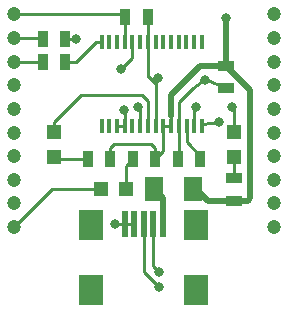
<source format=gbl>
G04 (created by PCBNEW (25-Oct-2014 BZR 4029)-stable) date 2015年05月14日 星期四 14时54分29秒*
%MOIN*%
G04 Gerber Fmt 3.4, Leading zero omitted, Abs format*
%FSLAX34Y34*%
G01*
G70*
G90*
G04 APERTURE LIST*
%ADD10C,0.00590551*%
%ADD11R,0.016X0.05*%
%ADD12R,0.0197X0.0906*%
%ADD13R,0.0787X0.0984*%
%ADD14R,0.06X0.08*%
%ADD15R,0.035X0.055*%
%ADD16R,0.055X0.035*%
%ADD17R,0.0472X0.0472*%
%ADD18C,0.0472441*%
%ADD19C,0.0314961*%
%ADD20C,0.01*%
%ADD21C,0.019685*%
G04 APERTURE END LIST*
G54D10*
G54D11*
X46850Y-19100D03*
X47100Y-19100D03*
X47360Y-19100D03*
X47620Y-19100D03*
X47870Y-19100D03*
X48130Y-19100D03*
X48390Y-19100D03*
X48640Y-19100D03*
X48900Y-19100D03*
X49150Y-19100D03*
X49410Y-19100D03*
X49670Y-19100D03*
X49920Y-19100D03*
X50180Y-19100D03*
X50180Y-21900D03*
X49920Y-21900D03*
X49680Y-21900D03*
X49410Y-21900D03*
X49150Y-21900D03*
X48900Y-21900D03*
X48640Y-21900D03*
X48390Y-21900D03*
X48130Y-21900D03*
X47870Y-21900D03*
X47620Y-21900D03*
X47360Y-21900D03*
X47100Y-21900D03*
X46850Y-21900D03*
G54D12*
X48880Y-25142D03*
X48565Y-25142D03*
X48250Y-25142D03*
X47935Y-25142D03*
X47620Y-25142D03*
G54D13*
X50002Y-25181D03*
X50002Y-27346D03*
X46498Y-25181D03*
X46498Y-27346D03*
G54D14*
X48600Y-24000D03*
X49900Y-24000D03*
G54D15*
X47625Y-18250D03*
X48375Y-18250D03*
X49375Y-23000D03*
X50125Y-23000D03*
G54D16*
X51000Y-20625D03*
X51000Y-19875D03*
G54D15*
X45625Y-19750D03*
X44875Y-19750D03*
X45625Y-19000D03*
X44875Y-19000D03*
G54D16*
X51250Y-23625D03*
X51250Y-24375D03*
G54D15*
X46375Y-23000D03*
X47125Y-23000D03*
X48625Y-23000D03*
X47875Y-23000D03*
G54D17*
X51250Y-22913D03*
X51250Y-22087D03*
X45250Y-22913D03*
X45250Y-22087D03*
X47663Y-24000D03*
X46837Y-24000D03*
G54D18*
X43919Y-18169D03*
X43919Y-18956D03*
X43919Y-19744D03*
X43919Y-20531D03*
X43919Y-21318D03*
X43919Y-22106D03*
X43919Y-22893D03*
X43919Y-23681D03*
X43919Y-24468D03*
X43919Y-25255D03*
X52580Y-24468D03*
X52580Y-25255D03*
X52580Y-23681D03*
X52580Y-22893D03*
X52580Y-22106D03*
X52580Y-21318D03*
X52580Y-20531D03*
X52580Y-19744D03*
X52580Y-18956D03*
X52580Y-18169D03*
G54D19*
X48050Y-21250D03*
X51200Y-21250D03*
X48750Y-26750D03*
X50000Y-21250D03*
X46000Y-19000D03*
X47500Y-20000D03*
X50750Y-21750D03*
X48750Y-27250D03*
X50300Y-20350D03*
X48725Y-20300D03*
X47300Y-25150D03*
X47600Y-21350D03*
X51000Y-18300D03*
G54D20*
X46837Y-24000D02*
X45175Y-24000D01*
X45175Y-24000D02*
X43919Y-25255D01*
X48390Y-21900D02*
X48390Y-21040D01*
X45250Y-21750D02*
X46150Y-20850D01*
X46150Y-20850D02*
X48200Y-20850D01*
X45250Y-21750D02*
X45250Y-22087D01*
X48390Y-21040D02*
X48200Y-20850D01*
X51250Y-23625D02*
X51250Y-22913D01*
X46375Y-23000D02*
X45337Y-23000D01*
X45337Y-23000D02*
X45250Y-22913D01*
X48130Y-21330D02*
X48130Y-21900D01*
X48050Y-21250D02*
X48130Y-21330D01*
X51250Y-22087D02*
X51250Y-21300D01*
X51250Y-21300D02*
X51200Y-21250D01*
X47663Y-24000D02*
X47663Y-23212D01*
X47663Y-23212D02*
X47875Y-23000D01*
X43919Y-19744D02*
X44869Y-19744D01*
X44869Y-19744D02*
X44875Y-19750D01*
X43919Y-18956D02*
X44831Y-18956D01*
X44831Y-18956D02*
X44875Y-19000D01*
G54D21*
X48880Y-25142D02*
X48880Y-24280D01*
X48880Y-24280D02*
X48600Y-24000D01*
G54D20*
X48880Y-24280D02*
X48600Y-24000D01*
X49920Y-21900D02*
X49920Y-21330D01*
X48565Y-26565D02*
X48750Y-26750D01*
X48565Y-26565D02*
X48565Y-25142D01*
X49920Y-21330D02*
X50000Y-21250D01*
X47870Y-19630D02*
X47500Y-20000D01*
X47870Y-19100D02*
X47870Y-19630D01*
X46000Y-19000D02*
X45625Y-19000D01*
X45625Y-19000D02*
X45500Y-19000D01*
X45625Y-19750D02*
X46000Y-19750D01*
X46650Y-19100D02*
X46850Y-19100D01*
X46000Y-19750D02*
X46650Y-19100D01*
X48250Y-25142D02*
X48250Y-26750D01*
X50180Y-21820D02*
X50180Y-21900D01*
X50750Y-21750D02*
X50180Y-21820D01*
X48250Y-26750D02*
X48750Y-27250D01*
X49680Y-21900D02*
X49680Y-22430D01*
X50125Y-22875D02*
X49750Y-22500D01*
X50125Y-22875D02*
X50125Y-23000D01*
X49680Y-22430D02*
X49750Y-22500D01*
X48390Y-20225D02*
X48400Y-20225D01*
X48663Y-20488D02*
X48663Y-20488D01*
X48400Y-20225D02*
X48663Y-20488D01*
X47308Y-25142D02*
X47620Y-25142D01*
X47300Y-25150D02*
X47308Y-25142D01*
X47620Y-21900D02*
X47620Y-21370D01*
X47620Y-21370D02*
X47600Y-21350D01*
X48390Y-19100D02*
X48390Y-20225D01*
X48390Y-20225D02*
X48390Y-20240D01*
X50300Y-20350D02*
X50300Y-20325D01*
X50300Y-20325D02*
X50300Y-20350D01*
X50300Y-20350D02*
X50300Y-20325D01*
X47360Y-21900D02*
X47620Y-21900D01*
X51000Y-20625D02*
X50300Y-20325D01*
X50300Y-20325D02*
X49875Y-20625D01*
X49410Y-21090D02*
X49410Y-21900D01*
X49875Y-20625D02*
X49410Y-21090D01*
X48665Y-20390D02*
X48663Y-20488D01*
X48663Y-20488D02*
X48640Y-21900D01*
X48375Y-18250D02*
X48375Y-19085D01*
X48375Y-19085D02*
X48390Y-19100D01*
X47935Y-25142D02*
X47620Y-25142D01*
X49410Y-21900D02*
X49410Y-22965D01*
X49410Y-22965D02*
X49375Y-23000D01*
G54D21*
X51000Y-19875D02*
X51000Y-18300D01*
X49150Y-20850D02*
X49150Y-21550D01*
X51000Y-19875D02*
X50125Y-19875D01*
X50125Y-19875D02*
X49150Y-20850D01*
X51250Y-24375D02*
X51725Y-24375D01*
X51800Y-20675D02*
X51000Y-19875D01*
X51800Y-24300D02*
X51800Y-20675D01*
X51725Y-24375D02*
X51800Y-24300D01*
G54D20*
X49150Y-21900D02*
X49150Y-21550D01*
X47125Y-23000D02*
X47125Y-22625D01*
X48625Y-22625D02*
X48625Y-23000D01*
X48500Y-22500D02*
X48625Y-22625D01*
X47250Y-22500D02*
X48500Y-22500D01*
X47125Y-22625D02*
X47250Y-22500D01*
G54D21*
X49900Y-24000D02*
X50000Y-24000D01*
X50375Y-24375D02*
X51250Y-24375D01*
X50000Y-24000D02*
X50375Y-24375D01*
G54D20*
X43919Y-18169D02*
X47544Y-18169D01*
X47544Y-18169D02*
X47625Y-18250D01*
X47625Y-18250D02*
X47625Y-19095D01*
X47625Y-19095D02*
X47620Y-19100D01*
X48900Y-21900D02*
X48900Y-22725D01*
X48900Y-22725D02*
X48625Y-23000D01*
X48900Y-21900D02*
X49150Y-21900D01*
M02*

</source>
